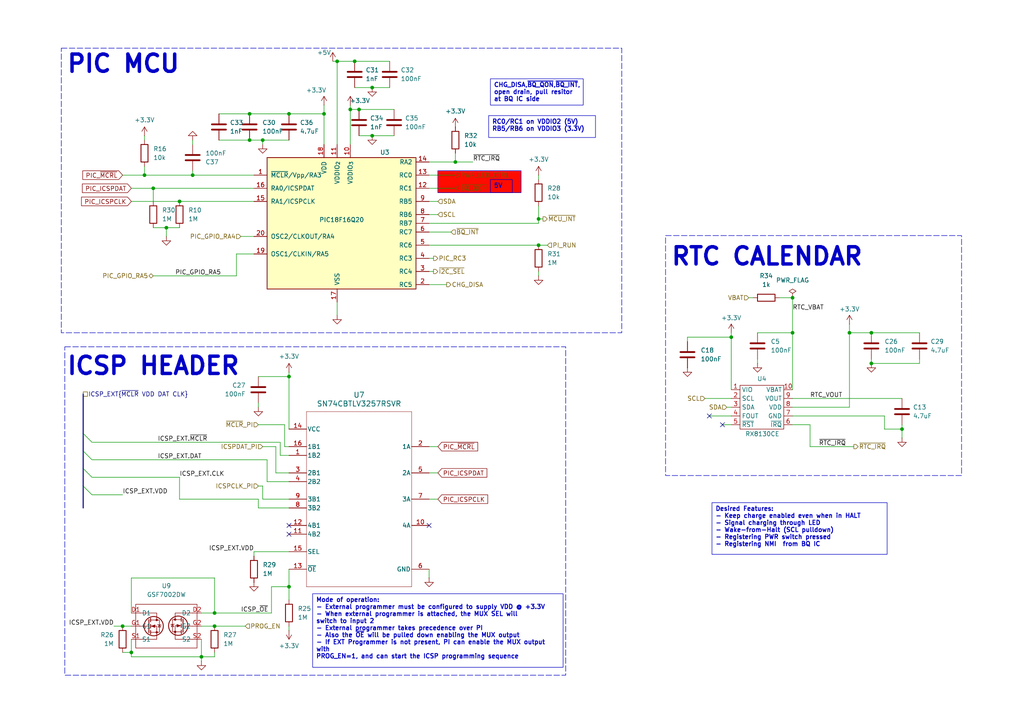
<source format=kicad_sch>
(kicad_sch (version 20231120) (generator "eeschema") (generator_version "8.0")
  (paper "A4")
  (title_block (title "Effective Range - MrHAT") (date "2024-08-14") (rev "1.11.1") (company "Effective Range Kft.") (comment 1 "visit https://creativecommons.org/licenses/by/4.0/") (comment 2 "is licensed under CC BY 4.0. To view a copy of this license,") (comment 3 "License: MrHAT © 2024 by Ferenc Nandor Janky & Attila Gombos"))
  (lib_symbols
    (symbol "Device:C" (pin_numbers hide) (pin_names (offset 0.254))
      (property "Reference" "C" (at 0.635 2.54 0))
      (property "Value" "C" (at 0.635 -2.54 0))
      (symbol "C_0_1"
        (polyline (pts (xy -2.032 -0.762) (xy 2.032 -0.762)) (stroke (width 0.508)))
        (polyline (pts (xy -2.032 0.762) (xy 2.032 0.762)) (stroke (width 0.508)))
      )
      (symbol "C_1_1"
        (pin passive line (at 0 3.81 270) (length 2.794) (name "~") (number "1"))
        (pin passive line (at 0 -3.81 90) (length 2.794) (name "~") (number "2"))
      )
    )
    (symbol "Device:R" (pin_numbers hide) (pin_names (offset 0))
      (property "Reference" "R" (at 2.032 0 90))
      (property "Value" "R" (at 0 0 90))
      (symbol "R_0_1"
        (rectangle (start -1.016 -2.54) (end 1.016 2.54) (stroke (width 0.254)))
      )
      (symbol "R_1_1"
        (pin passive line (at 0 3.81 270) (length 1.27) (name "~") (number "1"))
        (pin passive line (at 0 -3.81 90) (length 1.27) (name "~") (number "2"))
      )
    )
    (symbol "effectiveRangeHat_kicad_sym:GSF7002DW"
      (property "Reference" "U" (at 0 7.62 0))
      (property "Value" "GSF7002DW" (at -0.254 5.334 0))
      (symbol "GSF7002DW_0_1"
        (rectangle (start -8.89 6.35) (end 8.89 -6.35))
        (circle (center -3.683 0) (radius 2.794) (stroke (width 0.254)))
        (circle (center -2.794 -1.778) (radius 0.254) (fill (type outline)))
        (circle (center -2.794 1.778) (radius 0.254) (fill (type outline)))
        (polyline (pts (xy -7.62 -3.81) (xy -2.794 -3.81)))
        (polyline (pts (xy -5.08 0) (xy -7.874 0)))
        (polyline (pts (xy -5.08 1.905) (xy -5.08 -1.905)) (stroke (width 0.254)))
        (polyline (pts (xy -4.572 -1.27) (xy -4.572 -2.286)) (stroke (width 0.254)))
        (polyline (pts (xy -4.572 0.508) (xy -4.572 -0.508)) (stroke (width 0.254)))
        (polyline (pts (xy -4.572 2.286) (xy -4.572 1.27)) (stroke (width 0.254)))
        (polyline (pts (xy -2.794 -3.81) (xy -2.794 -2.54)))
        (polyline (pts (xy -2.794 2.54) (xy -2.794 1.778)))
        (polyline (pts (xy 2.54 2.667) (xy 2.54 1.905)))
        (polyline (pts (xy 4.318 -1.143) (xy 4.318 -2.159)) (stroke (width 0.254)))
        (polyline (pts (xy 4.318 0.635) (xy 4.318 -0.381)) (stroke (width 0.254)))
        (polyline (pts (xy 4.318 2.413) (xy 4.318 1.397)) (stroke (width 0.254)))
        (polyline (pts (xy 4.826 0) (xy 7.62 0)))
        (polyline (pts (xy 4.826 2.032) (xy 4.826 -1.778)) (stroke (width 0.254)))
        (polyline (pts (xy -2.794 -2.54) (xy -2.794 0) (xy -4.572 0)))
        (polyline (pts (xy -2.794 2.54) (xy -2.794 3.81) (xy -7.62 3.81)))
        (polyline (pts (xy 2.54 -2.54) (xy 2.54 -3.81) (xy 7.62 -3.81)))
        (polyline (pts (xy 2.54 -2.413) (xy 2.54 0.127) (xy 4.318 0.127)))
        (polyline (pts (xy 2.54 2.794) (xy 2.54 3.81) (xy 7.62 3.81)))
        (polyline (pts (xy -4.572 -1.778) (xy -2.032 -1.778) (xy -2.032 1.778) (xy -4.572 1.778)))
        (polyline (pts (xy -4.318 0) (xy -3.302 0.381) (xy -3.302 -0.381) (xy -4.318 0)) (fill (type outline)))
        (polyline (pts (xy -2.54 0.508) (xy -2.413 0.381) (xy -1.651 0.381) (xy -1.524 0.254)))
        (polyline (pts (xy -2.032 0.381) (xy -2.413 -0.254) (xy -1.651 -0.254) (xy -2.032 0.381)))
        (polyline (pts (xy 1.778 0.508) (xy 2.159 -0.127) (xy 1.397 -0.127) (xy 1.778 0.508)))
        (polyline (pts (xy 2.286 0.635) (xy 2.159 0.508) (xy 1.397 0.508) (xy 1.27 0.381)))
        (polyline (pts (xy 4.064 0.127) (xy 3.048 0.508) (xy 3.048 -0.254) (xy 4.064 0.127)) (fill (type outline)))
        (polyline (pts (xy 4.318 -1.651) (xy 1.778 -1.651) (xy 1.778 1.905) (xy 4.318 1.905)))
        (circle (center 2.54 -1.651) (radius 0.254) (fill (type outline)))
        (circle (center 2.54 1.905) (radius 0.254) (fill (type outline)))
        (circle (center 3.429 0.127) (radius 2.794) (stroke (width 0.254)))
      )
      (symbol "GSF7002DW_1_1"
        (pin passive line (at -10.16 3.81 0) (length 2.54) (name "D1") (number "D1"))
        (pin passive line (at 10.16 3.81 180) (length 2.54) (name "D2") (number "D2"))
        (pin passive line (at -10.16 0 0) (length 2.54) (name "G1") (number "G1"))
        (pin passive line (at 10.16 0 180) (length 2.54) (name "G2") (number "G2"))
        (pin passive line (at -10.16 -3.81 0) (length 2.54) (name "S1") (number "S1"))
        (pin passive line (at 10.16 -3.81 180) (length 2.54) (name "S2") (number "S2"))
      )
    )
    (symbol "effectiveRangeHat_kicad_sym:PIC18F16Q20" (pin_names (offset 1.016))
      (property "Reference" "U" (at 10.414 22.86 0))
      (property "Value" "PIC18F16Q20" (at 10.414 20.32 0))
      (symbol "PIC18F16Q20_0_1"
        (rectangle (start -20.32 19.05) (end 22.86 -19.05) (stroke (width 0.254)) (fill (type background)))
      )
      (symbol "PIC18F16Q20_1_1"
        (pin input line (at -24.13 13.97 0) (length 3.81) (name "~{MCLR}/Vpp/RA3") (number "1"))
        (pin power_in line (at 3.81 22.86 270) (length 3.81) (name "VDDIO_{3}") (number "10"))
        (pin power_in line (at 0 22.86 270) (length 3.81) (name "VDDIO_{2}") (number "11"))
        (pin bidirectional line (at 26.67 10.16 180) (length 3.81) (name "RC1") (number "12"))
        (pin bidirectional line (at 26.67 13.97 180) (length 3.81) (name "RC0") (number "13"))
        (pin bidirectional line (at 26.67 17.78 180) (length 3.81) (name "RA2") (number "14"))
        (pin bidirectional line (at -24.13 6.35 0) (length 3.81) (name "RA1/ICSPCLK") (number "15"))
        (pin bidirectional line (at -24.13 10.16 0) (length 3.81) (name "RA0/ICSPDAT") (number "16"))
        (pin passive line (at 0 -22.86 90) (length 3.81) (name "VSS") (number "17"))
        (pin power_in line (at -3.81 22.86 270) (length 3.81) (name "VDD") (number "18"))
        (pin input line (at -24.13 -8.89 0) (length 3.81) (name "OSC1/CLKIN/RA5") (number "19"))
        (pin bidirectional line (at 26.67 -17.78 180) (length 3.81) (name "RC5") (number "2"))
        (pin output line (at -24.13 -3.81 0) (length 3.81) (name "OSC2/CLKOUT/RA4") (number "20"))
        (pin passive line (at 0 -22.86 90) (length 3.81) hide (name "VSS") (number "21"))
        (pin bidirectional line (at 26.67 -13.97 180) (length 3.81) (name "RC4") (number "3"))
        (pin bidirectional line (at 26.67 -10.16 180) (length 3.81) (name "RC3") (number "4"))
        (pin bidirectional line (at 26.67 -6.35 180) (length 3.81) (name "RC6") (number "5"))
        (pin bidirectional line (at 26.67 -2.54 180) (length 3.81) (name "RC7") (number "6"))
        (pin bidirectional line (at 26.67 0 180) (length 3.81) (name "RB7") (number "7"))
        (pin bidirectional line (at 26.67 2.54 180) (length 3.81) (name "RB6") (number "8"))
        (pin bidirectional line (at 26.67 6.35 180) (length 3.81) (name "RB5") (number "9"))
      )
    )
    (symbol "effectiveRangeHat_kicad_sym:RX8130CE"
      (property "Reference" "U" (at 0 8.89 0))
      (symbol "RX8130CE_0_1"
        (rectangle (start -6.35 6.35) (end 6.35 -6.35))
      )
      (symbol "RX8130CE_1_1"
        (pin power_in line (at -8.89 5.08 0) (length 2.54) (name "VIO") (number "1"))
        (pin power_in line (at 8.89 5.08 180) (length 2.54) (name "VBAT") (number "10"))
        (pin input line (at -8.89 2.54 0) (length 2.54) (name "SCL") (number "2"))
        (pin input line (at -8.89 0 0) (length 2.54) (name "SDA") (number "3"))
        (pin input line (at -8.89 -2.54 0) (length 2.54) (name "FOUT") (number "4"))
        (pin input line (at -8.89 -5.08 0) (length 2.54) (name "~{RST}") (number "5"))
        (pin input line (at 8.89 -5.08 180) (length 2.54) (name "~{IRQ}") (number "6"))
        (pin passive line (at 8.89 -2.54 180) (length 2.54) (name "GND") (number "7"))
        (pin power_in line (at 8.89 0 180) (length 2.54) (name "VDD") (number "8"))
        (pin power_out line (at 8.89 2.54 180) (length 2.54) (name "VOUT") (number "9"))
      )
    )
    (symbol "effectiveRangeHat_kicad_sym:SN74CBTLV3257RSVR" (pin_names (offset 0.254))
      (property "Reference" "U" (at -0.254 26.67 0))
      (property "Value" "SN74CBTLV3257RSVR" (at 0.508 23.114 0))
      (symbol "SN74CBTLV3257RSVR_0_1"
        (polyline (pts (xy -15.24 -25.4) (xy 15.24 -25.4)) (stroke (width 0.1016)))
        (polyline (pts (xy -15.24 25.4) (xy -15.24 -25.4)) (stroke (width 0.1016)))
        (polyline (pts (xy 15.24 -25.4) (xy 15.24 25.4)) (stroke (width 0.1016)))
        (polyline (pts (xy 15.24 25.4) (xy -15.24 25.4)) (stroke (width 0.1016)))
        (pin input line (at -20.32 12.7 0) (length 5.08) (name "1B2") (number "1"))
        (pin output line (at 20.32 -7.62 180) (length 5.08) (name "4A") (number "10"))
        (pin input line (at -20.32 -10.16 0) (length 5.08) (name "4B2") (number "11"))
        (pin input line (at -20.32 -7.62 0) (length 5.08) (name "4B1") (number "12"))
        (pin power_in line (at -20.32 20.32 0) (length 5.08) (name "VCC") (number "14"))
        (pin input line (at -20.32 -15.24 0) (length 5.08) (name "SEL") (number "15"))
        (pin input line (at -20.32 15.24 0) (length 5.08) (name "1B1") (number "16"))
        (pin output line (at 20.32 15.24 180) (length 5.08) (name "1A") (number "2"))
        (pin input line (at -20.32 7.62 0) (length 5.08) (name "2B1") (number "3"))
        (pin input line (at -20.32 5.08 0) (length 5.08) (name "2B2") (number "4"))
        (pin output line (at 20.32 7.62 180) (length 5.08) (name "2A") (number "5"))
        (pin output line (at 20.32 0 180) (length 5.08) (name "3A") (number "7"))
        (pin input line (at -20.32 -2.54 0) (length 5.08) (name "3B2") (number "8"))
        (pin input line (at -20.32 0 0) (length 5.08) (name "3B1") (number "9"))
      )
      (symbol "SN74CBTLV3257RSVR_1_1"
        (pin input line (at -20.32 -20.32 0) (length 5.08) (name "~{OE}") (number "13"))
        (pin passive line (at 20.32 -20.32 180) (length 5.08) (name "GND") (number "6"))
      )
    )
    (symbol "power:+3.3V" (power) (pin_numbers hide) (pin_names (offset 0) hide)
      (property "Value" "+3.3V" (at 0 3.556 0))
      (symbol "+3.3V_0_1"
        (polyline (pts (xy -0.762 1.27) (xy 0 2.54)))
        (polyline (pts (xy 0 0) (xy 0 2.54)))
        (polyline (pts (xy 0 2.54) (xy 0.762 1.27)))
      )
      (symbol "+3.3V_1_1"
        (pin power_in line (at 0 0 90) (length 0) (name "~") (number "1"))
      )
    )
    (symbol "power:+5V" (power) (pin_numbers hide) (pin_names (offset 0) hide)
      (property "Value" "+5V" (at 0 3.556 0))
      (symbol "+5V_0_1"
        (polyline (pts (xy -0.762 1.27) (xy 0 2.54)))
        (polyline (pts (xy 0 0) (xy 0 2.54)))
        (polyline (pts (xy 0 2.54) (xy 0.762 1.27)))
      )
      (symbol "+5V_1_1"
        (pin power_in line (at 0 0 90) (length 0) (name "~") (number "1"))
      )
    )
    (symbol "power:GND" (power) (pin_numbers hide) (pin_names (offset 0) hide)
      (property "Value" "GND" (at 0 -3.81 0))
      (symbol "GND_0_1"
        (polyline (pts (xy 0 0) (xy 0 -1.27) (xy 1.27 -1.27) (xy 0 -2.54) (xy -1.27 -1.27) (xy 0 -1.27)))
      )
      (symbol "GND_1_1"
        (pin power_in line (at 0 0 270) (length 0) (name "~") (number "1"))
      )
    )
    (symbol "power:PWR_FLAG" (power) (pin_numbers hide) (pin_names (offset 0) hide)
      (property "Value" "PWR_FLAG" (at 0 3.81 0))
      (symbol "PWR_FLAG_0_0"
        (pin power_out line (at 0 0 90) (length 0) (name "~") (number "1"))
      )
      (symbol "PWR_FLAG_0_1"
        (polyline (pts (xy 0 0) (xy 0 1.27) (xy -1.016 1.905) (xy 0 2.54) (xy 1.016 1.905) (xy 0 1.27)))
      )
    )
  )
  (junction (at 83.82 33.02))
  (junction (at 252.73 96.52))
  (junction (at 156.21 63.5))
  (junction (at 212.09 97.79))
  (junction (at 107.95 39.37))
  (junction (at 261.62 124.46))
  (junction (at 229.87 96.52))
  (junction (at 97.79 17.78))
  (junction (at 229.87 86.36))
  (junction (at 62.23 177.8))
  (junction (at 132.08 46.99))
  (junction (at 58.42 190.5))
  (junction (at 104.14 31.75))
  (junction (at 76.2 40.64))
  (junction (at 83.82 109.22))
  (junction (at 38.1 189.23))
  (junction (at 62.23 181.61))
  (junction (at 48.26 66.04))
  (junction (at 35.56 181.61))
  (junction (at 252.73 105.41))
  (junction (at 72.39 40.64))
  (junction (at 93.98 33.02))
  (junction (at 107.95 25.4))
  (junction (at 83.82 170.18))
  (junction (at 44.45 54.61))
  (junction (at 101.6 31.75))
  (junction (at 41.91 50.8))
  (junction (at 102.87 17.78))
  (junction (at 55.88 50.8))
  (junction (at 52.07 58.42))
  (junction (at 72.39 33.02))
  (junction (at 246.38 96.52))
  (junction (at 156.21 71.12))
  (no_connect (at 83.82 152.4))
  (no_connect (at 205.74 120.65))
  (no_connect (at 124.46 152.4))
  (no_connect (at 209.55 123.19))
  (no_connect (at 83.82 154.94))
  (bus_entry (at 24.13 125.73) (size 2.54 2.54))
  (bus_entry (at 24.13 135.89) (size 2.54 2.54))
  (bus_entry (at 24.13 140.97) (size 2.54 2.54))
  (bus_entry (at 24.13 130.81) (size 2.54 2.54))
  (wire (pts (xy 212.09 96.52) (xy 212.09 97.79)))
  (bus (pts (xy 24.13 135.89) (xy 24.13 140.97)))
  (wire (pts (xy 229.87 96.52) (xy 219.71 96.52)))
  (wire (pts (xy 97.79 91.44) (xy 97.79 87.63)))
  (wire (pts (xy 124.46 78.74) (xy 125.73 78.74)))
  (wire (pts (xy 44.45 66.04) (xy 48.26 66.04)))
  (wire (pts (xy 38.1 190.5) (xy 58.42 190.5)))
  (wire (pts (xy 234.95 123.19) (xy 229.87 123.19)))
  (wire (pts (xy 107.95 25.4) (xy 113.03 25.4)))
  (wire (pts (xy 246.38 96.52) (xy 246.38 118.11)))
  (wire (pts (xy 63.5 40.64) (xy 72.39 40.64)))
  (wire (pts (xy 73.66 160.02) (xy 73.66 161.29)))
  (wire (pts (xy 74.93 147.32) (xy 83.82 147.32)))
  (wire (pts (xy 55.88 49.53) (xy 55.88 50.8)))
  (wire (pts (xy 41.91 48.26) (xy 41.91 50.8)))
  (wire (pts (xy 234.95 129.54) (xy 247.65 129.54)))
  (wire (pts (xy 83.82 182.88) (xy 83.82 181.61)))
  (wire (pts (xy 158.75 71.12) (xy 156.21 71.12)))
  (wire (pts (xy 44.45 54.61) (xy 73.66 54.61)))
  (wire (pts (xy 26.67 133.35) (xy 77.47 133.35)))
  (wire (pts (xy 252.73 96.52) (xy 266.7 96.52)))
  (wire (pts (xy 26.67 138.43) (xy 52.07 138.43)))
  (wire (pts (xy 44.45 80.01) (xy 68.58 80.01)))
  (wire (pts (xy 62.23 189.23) (xy 62.23 190.5)))
  (wire (pts (xy 72.39 40.64) (xy 76.2 40.64)))
  (wire (pts (xy 80.01 137.16) (xy 83.82 137.16)))
  (wire (pts (xy 96.52 17.78) (xy 97.79 17.78)))
  (wire (pts (xy 83.82 170.18) (xy 83.82 173.99)))
  (wire (pts (xy 156.21 63.5) (xy 157.48 63.5)))
  (wire (pts (xy 58.42 190.5) (xy 58.42 185.42)))
  (wire (pts (xy 35.56 181.61) (xy 38.1 181.61)))
  (wire (pts (xy 74.93 109.22) (xy 83.82 109.22)))
  (wire (pts (xy 124.46 137.16) (xy 127 137.16)))
  (wire (pts (xy 78.74 177.8) (xy 78.74 170.18)))
  (wire (pts (xy 82.55 129.54) (xy 83.82 129.54)))
  (wire (pts (xy 226.06 86.36) (xy 229.87 86.36)))
  (wire (pts (xy 124.46 71.12) (xy 156.21 71.12)))
  (wire (pts (xy 252.73 105.41) (xy 252.73 104.14)))
  (wire (pts (xy 101.6 31.75) (xy 104.14 31.75)))
  (wire (pts (xy 129.54 82.55) (xy 124.46 82.55)))
  (wire (pts (xy 26.67 128.27) (xy 81.28 128.27)))
  (wire (pts (xy 124.46 144.78) (xy 127 144.78)))
  (wire (pts (xy 93.98 33.02) (xy 93.98 41.91)))
  (wire (pts (xy 229.87 86.36) (xy 229.87 96.52)))
  (wire (pts (xy 62.23 190.5) (xy 58.42 190.5)))
  (wire (pts (xy 76.2 129.54) (xy 80.01 129.54)))
  (wire (pts (xy 62.23 177.8) (xy 78.74 177.8)))
  (wire (pts (xy 83.82 107.95) (xy 83.82 109.22)))
  (wire (pts (xy 97.79 17.78) (xy 97.79 41.91)))
  (wire (pts (xy 104.14 31.75) (xy 114.3 31.75)))
  (wire (pts (xy 83.82 160.02) (xy 73.66 160.02)))
  (wire (pts (xy 204.47 115.57) (xy 212.09 115.57)))
  (wire (pts (xy 266.7 105.41) (xy 252.73 105.41)))
  (wire (pts (xy 38.1 58.42) (xy 52.07 58.42)))
  (wire (pts (xy 124.46 46.99) (xy 132.08 46.99)))
  (wire (pts (xy 62.23 167.64) (xy 62.23 177.8)))
  (wire (pts (xy 104.14 39.37) (xy 107.95 39.37)))
  (wire (pts (xy 38.1 167.64) (xy 62.23 167.64)))
  (wire (pts (xy 55.88 40.64) (xy 55.88 41.91)))
  (wire (pts (xy 58.42 191.77) (xy 58.42 190.5)))
  (wire (pts (xy 76.2 140.97) (xy 76.2 144.78)))
  (wire (pts (xy 77.47 133.35) (xy 77.47 139.7)))
  (wire (pts (xy 52.07 138.43) (xy 52.07 144.78)))
  (wire (pts (xy 156.21 64.77) (xy 156.21 63.5)))
  (wire (pts (xy 74.93 123.19) (xy 82.55 123.19)))
  (wire (pts (xy 52.07 144.78) (xy 74.93 144.78)))
  (wire (pts (xy 76.2 41.91) (xy 76.2 40.64)))
  (wire (pts (xy 76.2 144.78) (xy 83.82 144.78)))
  (wire (pts (xy 219.71 105.41) (xy 219.71 104.14)))
  (wire (pts (xy 124.46 167.64) (xy 124.46 165.1)))
  (wire (pts (xy 38.1 177.8) (xy 38.1 167.64)))
  (wire (pts (xy 97.79 17.78) (xy 102.87 17.78)))
  (wire (pts (xy 124.46 50.8) (xy 132.08 50.8)))
  (bus (pts (xy 24.13 114.3) (xy 24.13 125.73)))
  (wire (pts (xy 102.87 17.78) (xy 113.03 17.78)))
  (wire (pts (xy 246.38 93.98) (xy 246.38 96.52)))
  (wire (pts (xy 93.98 30.48) (xy 93.98 33.02)))
  (wire (pts (xy 83.82 109.22) (xy 83.82 124.46)))
  (wire (pts (xy 52.07 66.04) (xy 48.26 66.04)))
  (wire (pts (xy 33.02 181.61) (xy 35.56 181.61)))
  (bus (pts (xy 24.13 140.97) (xy 24.13 147.32)))
  (wire (pts (xy 38.1 54.61) (xy 44.45 54.61)))
  (wire (pts (xy 199.39 97.79) (xy 212.09 97.79)))
  (wire (pts (xy 132.08 44.45) (xy 132.08 46.99)))
  (wire (pts (xy 234.95 129.54) (xy 234.95 123.19)))
  (wire (pts (xy 124.46 74.93) (xy 125.73 74.93)))
  (wire (pts (xy 199.39 97.79) (xy 199.39 99.06)))
  (wire (pts (xy 69.85 68.58) (xy 73.66 68.58)))
  (wire (pts (xy 156.21 52.07) (xy 156.21 50.8)))
  (wire (pts (xy 77.47 139.7) (xy 83.82 139.7)))
  (wire (pts (xy 229.87 120.65) (xy 256.54 120.65)))
  (wire (pts (xy 58.42 181.61) (xy 62.23 181.61)))
  (wire (pts (xy 81.28 132.08) (xy 81.28 128.27)))
  (wire (pts (xy 62.23 181.61) (xy 71.12 181.61)))
  (wire (pts (xy 156.21 78.74) (xy 156.21 80.01)))
  (bus (pts (xy 24.13 130.81) (xy 24.13 135.89)))
  (wire (pts (xy 246.38 96.52) (xy 252.73 96.52)))
  (wire (pts (xy 101.6 30.48) (xy 101.6 31.75)))
  (wire (pts (xy 229.87 118.11) (xy 246.38 118.11)))
  (wire (pts (xy 38.1 189.23) (xy 38.1 190.5)))
  (wire (pts (xy 124.46 58.42) (xy 127 58.42)))
  (wire (pts (xy 38.1 185.42) (xy 38.1 189.23)))
  (bus (pts (xy 24.13 125.73) (xy 24.13 130.81)))
  (wire (pts (xy 137.16 46.99) (xy 132.08 46.99)))
  (wire (pts (xy 74.93 144.78) (xy 74.93 147.32)))
  (wire (pts (xy 130.81 67.31) (xy 124.46 67.31)))
  (wire (pts (xy 229.87 113.03) (xy 229.87 96.52)))
  (wire (pts (xy 101.6 31.75) (xy 101.6 41.91)))
  (wire (pts (xy 78.74 170.18) (xy 83.82 170.18)))
  (wire (pts (xy 209.55 123.19) (xy 212.09 123.19)))
  (wire (pts (xy 41.91 39.37) (xy 41.91 40.64)))
  (wire (pts (xy 81.28 132.08) (xy 83.82 132.08)))
  (wire (pts (xy 72.39 33.02) (xy 83.82 33.02)))
  (wire (pts (xy 212.09 97.79) (xy 212.09 113.03)))
  (wire (pts (xy 256.54 124.46) (xy 261.62 124.46)))
  (wire (pts (xy 35.56 189.23) (xy 38.1 189.23)))
  (wire (pts (xy 124.46 129.54) (xy 127 129.54)))
  (wire (pts (xy 256.54 120.65) (xy 256.54 124.46)))
  (wire (pts (xy 83.82 165.1) (xy 83.82 170.18)))
  (wire (pts (xy 205.74 120.65) (xy 212.09 120.65)))
  (wire (pts (xy 44.45 54.61) (xy 44.45 58.42)))
  (wire (pts (xy 68.58 80.01) (xy 68.58 73.66)))
  (wire (pts (xy 74.93 118.11) (xy 74.93 116.84)))
  (wire (pts (xy 74.93 140.97) (xy 76.2 140.97)))
  (wire (pts (xy 124.46 62.23) (xy 127 62.23)))
  (wire (pts (xy 48.26 68.58) (xy 48.26 66.04)))
  (wire (pts (xy 26.67 143.51) (xy 35.56 143.51)))
  (wire (pts (xy 102.87 25.4) (xy 107.95 25.4)))
  (wire (pts (xy 68.58 73.66) (xy 73.66 73.66)))
  (wire (pts (xy 80.01 129.54) (xy 80.01 137.16)))
  (wire (pts (xy 35.56 50.8) (xy 41.91 50.8)))
  (wire (pts (xy 93.98 33.02) (xy 83.82 33.02)))
  (wire (pts (xy 261.62 124.46) (xy 261.62 123.19)))
  (wire (pts (xy 52.07 58.42) (xy 73.66 58.42)))
  (wire (pts (xy 156.21 59.69) (xy 156.21 63.5)))
  (wire (pts (xy 124.46 64.77) (xy 156.21 64.77)))
  (wire (pts (xy 266.7 104.14) (xy 266.7 105.41)))
  (wire (pts (xy 261.62 127) (xy 261.62 124.46)))
  (wire (pts (xy 124.46 54.61) (xy 132.08 54.61)))
  (wire (pts (xy 58.42 177.8) (xy 62.23 177.8)))
  (wire (pts (xy 210.82 118.11) (xy 212.09 118.11)))
  (wire (pts (xy 55.88 50.8) (xy 73.66 50.8)))
  (wire (pts (xy 76.2 40.64) (xy 83.82 40.64)))
  (wire (pts (xy 217.17 86.36) (xy 218.44 86.36)))
  (wire (pts (xy 41.91 50.8) (xy 55.88 50.8)))
  (wire (pts (xy 63.5 33.02) (xy 72.39 33.02)))
  (wire (pts (xy 82.55 123.19) (xy 82.55 129.54)))
  (wire (pts (xy 229.87 115.57) (xy 261.62 115.57)))
  (wire (pts (xy 107.95 39.37) (xy 114.3 39.37)))
  (rectangle (start 127 49.53) (end 151.13 55.88) (fill (type color) (color 255 11 0 1)))
  (rectangle (start 193.04 68.326) (end 278.892 137.922) (stroke (width 0) (type dash)))
  (rectangle (start 18.796 100.584) (end 164.084 195.834) (stroke (width 0) (type dash)))
  (rectangle (start 17.78 13.97) (end 180.34 96.52) (stroke (width 0) (type dash)))
  (text_box "RC0/RC1 on VDDIO2 (5V)\nRB5/RB6 on VDDIO3 (3.3V)" (at 141.732 33.528 0) (size 30.988 6.35) (effects (font (size 1.27 1.27) (bold yes)) (justify left top)))
  (text_box "5V" (at 142.24 52.07 0) (size 6.35 3.81) (fill (type color) (color 229 255 255 1)) (effects (font (size 1.27 1.27) (bold yes)) (justify left top)))
  (text_box "Desired Features:\n- Keep charge enabled even when in HALT\n- Signal charging through LED\n- Wake-from-Halt (SCL pulldown)\n- Registering PWR switch pressed\n- Registering NMI  from BQ IC\n" (at 206.502 145.796 0) (size 50.8 14.986) (effects (font (size 1.27 1.27) (bold yes)) (justify left top)))
  (text_box "CHG_DISA,~{BQ_QON},~{BQ_INT}, open drain, pull resitor at BQ IC side" (at 142.24 22.86 0) (size 26.924 7.62) (effects (font (size 1.27 1.27) (bold yes)) (justify left top)))
  (text_box "Mode of operation:\n- External programmer must be configured to supply VDD @ +3.3V\n- When external programmer is attached, the MUX SEL will\nswitch to input 2\n- External programmer takes precedence over PI\n- Also the ~{OE} will be pulled down enabling the MUX output\n- If EXT Programmer is not present, PI can enable the MUX output with \nPROG_EN=1, and can start the ICSP programming sequence" (at 90.678 172.212 0) (size 72.644 21.336) (effects (font (size 1.27 1.27) (bold yes)) (justify left top)))
  (text "RTC CALENDAR" (at 194.31 77.47 0) (effects (font (size 5 5) (bold yes)) (justify left bottom)))
  (text "ICSP HEADER" (at 19.05 109.22 0) (effects (font (size 5 5) (bold yes)) (justify left bottom)))
  (text "PIC MCU" (at 19.05 21.59 0) (effects (font (size 5 5) (bold yes)) (justify left bottom)))
  (label "~{RTC_IRQ}" (at 237.49 129.54 0))
  (label "ICSP_EXT.DAT" (at 45.72 133.35 0))
  (label "ICSP_EXT.~{MCLR}" (at 45.72 128.27 0))
  (label "ICSP_~{OE}" (at 69.85 177.8 0))
  (label "~{RTC_IRQ}" (at 137.16 46.99 0))
  (label "ICSP_EXT.CLK" (at 52.07 138.43 0))
  (label "PIC_GPIO_RA5" (at 50.8 80.01 0))
  (label "RTC_VOUT" (at 234.95 115.57 0))
  (label "RTC_VBAT" (at 229.87 90.17 0))
  (label "ICSP_EXT.VDD" (at 73.66 160.02 180))
  (label "ICSP_EXT.VDD" (at 35.56 143.51 0))
  (label "ICSP_EXT.VDD" (at 33.02 181.61 180))
  (global_label "PIC_ICSPCLK" (shape input) (at 38.1 58.42 180) (property "Intersheetrefs" "${INTERSHEET_REFS}" (effects (hide yes))))
  (global_label "PIC_~{MCRL}" (shape input) (at 35.56 50.8 180) (property "Intersheetrefs" "${INTERSHEET_REFS}" (effects (hide yes))))
  (global_label "PIC_ICSPDAT" (shape input) (at 38.1 54.61 180) (property "Intersheetrefs" "${INTERSHEET_REFS}" (effects (hide yes))))
  (global_label "PIC_ICSPCLK" (shape input) (at 127 144.78 0) (property "Intersheetrefs" "${INTERSHEET_REFS}" (effects (hide yes))))
  (global_label "PIC_~{MCRL}" (shape input) (at 127 129.54 0) (property "Intersheetrefs" "${INTERSHEET_REFS}" (effects (hide yes))))
  (global_label "PIC_ICSPDAT" (shape input) (at 127 137.16 0) (property "Intersheetrefs" "${INTERSHEET_REFS}" (effects (hide yes))))
  (hierarchical_label "PWR_LED_CTRL" (shape output) (at 132.08 50.8 0))
  (hierarchical_label "SDA" (shape input) (at 127 58.42 0))
  (hierarchical_label "~{RTC_IRQ}" (shape output) (at 247.65 129.54 0))
  (hierarchical_label "ICSPDAT_PI" (shape input) (at 76.2 129.54 180))
  (hierarchical_label "PI_RUN" (shape input) (at 158.75 71.12 0))
  (hierarchical_label "SCL" (shape input) (at 127 62.23 0))
  (hierarchical_label "ICSPCLK_PI" (shape input) (at 74.93 140.97 180))
  (hierarchical_label "~{I2C_SEL}" (shape output) (at 125.73 78.74 0))
  (hierarchical_label "~{MCLR}_PI" (shape input) (at 74.93 123.19 180))
  (hierarchical_label "PIC_GPIO_RA5" (shape bidirectional) (at 44.45 80.01 180))
  (hierarchical_label "PROG_EN" (shape input) (at 71.12 181.61 0))
  (hierarchical_label "~{BQ_QON}" (shape input) (at 132.08 54.61 0))
  (hierarchical_label "SDA" (shape input) (at 210.82 118.11 180))
  (hierarchical_label "PIC_RC3" (shape output) (at 125.73 74.93 0))
  (hierarchical_label "SCL" (shape input) (at 204.47 115.57 180))
  (hierarchical_label "~{MCU_INT}" (shape output) (at 157.48 63.5 0))
  (hierarchical_label "ICSP_EXT{~{MCLR} VDD DAT CLK}" (shape passive) (at 24.13 114.3 0))
  (hierarchical_label "~{BQ_INT}" (shape input) (at 130.81 67.31 0))
  (hierarchical_label "VBAT" (shape input) (at 217.17 86.36 180))
  (hierarchical_label "PIC_GPIO_RA4" (shape input) (at 69.85 68.58 180))
  (hierarchical_label "CHG_DISA" (shape output) (at 129.54 82.55 0))
  (symbol (lib_id "power:+3.3V") (at 41.91 39.37 0) (unit 1)
    (property "Reference" "#PWR075" (effects (hide yes)))
    (property "Value" "+3.3V" (at 41.91 34.798 0))
    (property "Description" "Power symbol creates a global label with name \"+3.3V\"" (effects (hide yes)))
  )
  (symbol (lib_id "effectiveRangeHat_kicad_sym:SN74CBTLV3257RSVR") (at 104.14 144.78 0) (unit 1)
    (property "Reference" "U7" (at 104.14 114.554 0) (effects (font (size 1.524 1.524))))
    (property "Value" "SN74CBTLV3257RSVR" (at 104.14 117.094 0) (effects (font (size 1.524 1.524))))
    (property "Footprint" "effectiveRangeHat:RSV0016A" (effects (hide yes)))
    (property "Datasheet" "SN74CBTLV3257RSVR" (effects (hide yes)))
    (property "MPN" "SN74CBTLV3257RSVR" (effects (hide yes)))
    (property "Manufacturer" "Texas Instruments" (effects (hide yes)))
    (property "SupplierLink" "https://www.digikey.hu/en/products/detail/texas-instruments/SN74CBTLV3257RSVR/3830019?s=N4IgTCBcDaIMoDkDsAWAwgIQCoBkBqAzGAKxIBKceZIAugL5A" (effects (hide yes)))
  )
  (symbol (lib_id "effectiveRangeHat_kicad_sym:GSF7002DW") (at 48.26 181.61 0) (unit 1)
    (property "Reference" "U9" (at 48.26 169.926 0))
    (property "Value" "GSF7002DW" (at 48.26 172.466 0))
    (property "Footprint" "effectiveRangeHat:GSF7002DW" (effects (hide yes)))
    (property "Datasheet" "https://goodarksemi.com/docs/datasheets/mosfets/GSF7002DW.pdf" (effects (hide yes)))
    (property "Description" "Mosfet Array 60V 340mA (Ta) 150mW (Ta) Surface Mount SOT-363" (effects (hide yes)))
    (property "MPN" "GSF7002DW" (effects (hide yes)))
    (property "Manufacturer" "Good-Ark Semiconductor" (effects (hide yes)))
    (property "SupplierLink" "https://www.digikey.hu/en/products/detail/good-ark-semiconductor/GSF7002DW/18667488?s=N4IgTCBcDaIOIGUBiB2ADGsARA6iAugL5A" (effects (hide yes)))
  )
  (symbol (lib_id "power:GND") (at 107.95 25.4 0) (unit 1)
    (property "Reference" "#PWR091" (effects (hide yes)))
    (property "Value" "GND" (effects (hide yes)))
    (property "Description" "Power symbol creates a global label with name \"GND\" , ground" (effects (hide yes)))
  )
  (symbol (lib_id "Device:C") (at 114.3 35.56 0) (unit 1)
    (property "Reference" "C35" (at 117.475 34.29 0) (effects (justify left)))
    (property "Value" "100nF" (at 117.475 36.83 0) (effects (justify left)))
    (property "Footprint" "Capacitor_SMD:C_0402_1005Metric" (effects (hide yes)))
    (property "Description" "Unpolarized capacitor" (effects (hide yes)))
    (property "MPN" "GRM155R71E104KE14J" (effects (hide yes)))
    (property "Manufacturer" "Murata Electronics" (effects (hide yes)))
    (property "SupplierLink" "https://www.digikey.hu/en/products/detail/murata-electronics/GRM188R72A104KA35D/702549" (effects (hide yes)))
  )
  (symbol (lib_id "Device:R") (at 73.66 165.1 0) (unit 1)
    (property "Reference" "R29" (at 76.2 163.83 0) (effects (justify left)))
    (property "Value" "1M" (at 76.2 166.37 0) (effects (justify left)))
    (property "Footprint" "Resistor_SMD:R_0402_1005Metric" (effects (hide yes)))
    (property "Description" "Resistor" (effects (hide yes)))
    (property "MPN" "ERJ-2RKF1004X" (effects (hide yes)))
    (property "Manufacturer" "Panasonic Electronic Components" (effects (hide yes)))
    (property "SupplierLink" "https://www.digikey.hu/en/products/detail/panasonic-electronic-components/ERJ-2RKF1004X/79728" (effects (hide yes)))
    (instances (project "effectiveRangeHat_simple" (path "" (reference "R29") (unit 1))) (project "power" (path "" (reference "R14") (unit 1))))
  )
  (symbol (lib_id "power:GND") (at 48.26 68.58 0) (unit 1)
    (property "Reference" "#PWR042" (effects (hide yes)))
    (property "Value" "GND" (effects (hide yes)))
    (property "Description" "Power symbol creates a global label with name \"GND\" , ground" (effects (hide yes)))
  )
  (symbol (lib_id "power:GND") (at 199.39 106.68 0) (unit 1)
    (property "Reference" "#PWR067" (effects (hide yes)))
    (property "Value" "GND" (effects (hide yes)))
    (property "Description" "Power symbol creates a global label with name \"GND\" , ground" (effects (hide yes)))
  )
  (symbol (lib_id "power:+3.3V") (at 93.98 30.48 0) (unit 1)
    (property "Reference" "#PWR078" (effects (hide yes)))
    (property "Value" "+3.3V" (at 91.694 26.162 0))
    (property "Description" "Power symbol creates a global label with name \"+3.3V\"" (effects (hide yes)))
  )
  (symbol (lib_id "power:GND") (at 252.73 105.41 0) (unit 1)
    (property "Reference" "#PWR068" (effects (hide yes)))
    (property "Value" "GND" (effects (hide yes)))
    (property "Description" "Power symbol creates a global label with name \"GND\" , ground" (effects (hide yes)))
  )
  (symbol (lib_id "power:GND") (at 58.42 191.77 0) (unit 1)
    (property "Reference" "#PWR084" (effects (hide yes)))
    (property "Value" "GND" (effects (hide yes)))
    (property "Description" "Power symbol creates a global label with name \"GND\" , ground" (effects (hide yes)))
  )
  (symbol (lib_id "Device:C") (at 199.39 102.87 0) (unit 1)
    (property "Reference" "C18" (at 203.2 101.6 0) (effects (justify left)))
    (property "Value" "100nF" (at 203.2 104.14 0) (effects (justify left)))
    (property "Footprint" "Capacitor_SMD:C_0402_1005Metric" (effects (hide yes)))
    (property "Description" "Unpolarized capacitor" (effects (hide yes)))
    (property "MPN" "GRM155R71E104KE14J" (effects (hide yes)))
    (property "Manufacturer" "Murata Electronics" (effects (hide yes)))
    (property "SupplierLink" "https://www.digikey.hu/en/products/detail/murata-electronics/GRM188R72A104KA35D/702549" (effects (hide yes)))
  )
  (symbol (lib_id "effectiveRangeHat_kicad_sym:PIC18F16Q20") (at 97.79 64.77 0) (unit 1)
    (property "Reference" "U3" (at 110.236 44.196 0) (effects (justify left)))
    (property "Value" "PIC18F16Q20" (at 92.583 63.754 0) (effects (justify left)))
    (property "Footprint" "effectiveRangeHat:VQFN-20-1EP_3x3mm_P0.4mm_EP1.7x1.7mm" (effects (hide yes)))
    (property "Datasheet" "http://ww1.microchip.com/downloads/en/DeviceDoc/41213D.pdf" (effects (hide yes)))
    (property "Description" "PIC16F54, 512W FLASH, 25B SRAM, SSOP20" (effects (hide yes)))
    (property "MPN" "PIC18F16Q20-I/REB" (effects (hide yes)))
    (property "Manufacturer" "Microchip Technology" (effects (hide yes)))
    (property "SupplierLink" "https://hu.mouser.com/ProductDetail/Microchip-Technology/PIC18F16Q20-I-REB?qs=HoCaDK9Nz5eaDMO98xm5EQ%3D%3D" (effects (hide yes)))
  )
  (symbol (lib_id "Device:C") (at 219.71 100.33 0) (unit 1)
    (property "Reference" "C5" (at 223.52 99.06 0) (effects (justify left)))
    (property "Value" "100nF" (at 223.52 101.6 0) (effects (justify left)))
    (property "Footprint" "Capacitor_SMD:C_0402_1005Metric" (effects (hide yes)))
    (property "Description" "Unpolarized capacitor" (effects (hide yes)))
    (property "MPN" "GRM155R71E104KE14J" (effects (hide yes)))
    (property "Manufacturer" "Murata Electronics" (effects (hide yes)))
    (property "SupplierLink" "https://www.digikey.hu/en/products/detail/murata-electronics/GRM188R72A104KA35D/702549" (effects (hide yes)))
  )
  (symbol (lib_id "power:GND") (at 76.2 41.91 0) (unit 1)
    (property "Reference" "#PWR081" (effects (hide yes)))
    (property "Value" "GND" (effects (hide yes)))
    (property "Description" "Power symbol creates a global label with name \"GND\" , ground" (effects (hide yes)))
  )
  (symbol (lib_id "power:PWR_FLAG") (at 229.87 86.36 0) (unit 1)
    (property "Reference" "#FLG06" (effects (hide yes)))
    (property "Value" "PWR_FLAG" (at 229.87 81.28 0))
    (property "Description" "Special symbol for telling ERC where power comes from" (effects (hide yes)))
  )
  (symbol (lib_id "power:+3.3V") (at 212.09 96.52 0) (unit 1)
    (property "Reference" "#PWR061" (effects (hide yes)))
    (property "Value" "+3.3V" (at 212.09 92.202 0))
    (property "Description" "Power symbol creates a global label with name \"+3.3V\"" (effects (hide yes)))
  )
  (symbol (lib_id "Device:R") (at 35.56 185.42 0) (mirror y) (unit 1)
    (property "Reference" "R26" (at 33.02 184.15 0) (effects (justify left)))
    (property "Value" "1M" (at 33.02 186.69 0) (effects (justify left)))
    (property "Footprint" "Resistor_SMD:R_0402_1005Metric" (effects (hide yes)))
    (property "Description" "Resistor" (effects (hide yes)))
    (property "Tolerance" "1%" (effects (hide yes)))
    (property "Power" "63mW" (effects (hide yes)))
    (property "MPN" "ERJ-2RKF1004X" (effects (hide yes)))
    (property "Manufacturer" "Panasonic Electronic Components" (effects (hide yes)))
    (property "SupplierLink" "https://www.digikey.hu/en/products/detail/panasonic-electronic-components/ERJ-2RKF1004X/79728" (effects (hide yes)))
    (instances (project "effectiveRangeHat_simple" (path "" (reference "R26") (unit 1))) (project "power" (path "" (reference "R10") (unit 1))))
  )
  (symbol (lib_id "Device:R") (at 222.25 86.36 90) (unit 1)
    (property "Reference" "R34" (at 222.25 80.01 90))
    (property "Value" "1k" (at 222.25 82.55 90))
    (property "Footprint" "Resistor_SMD:R_0402_1005Metric" (effects (hide yes)))
    (property "Description" "Resistor" (effects (hide yes)))
    (property "MPN" "ERJ-2RKF1001X" (effects (hide yes)))
    (property "Manufacturer" "Panasonic Electronic Components" (effects (hide yes)))
    (property "SupplierLink" "https://www.digikey.hu/en/products/detail/panasonic-electronic-components/ERJ-2RKF1001X/79729?s=N4IgjCBcoMxaBjKAzAhgGwM4FMA0IB7KAbXDBggF18AHAFyhAGU6AnASwDsBzEAX3xgATAE4I0EEkhoseQiRAwxAVgDsIaiHqMWHHv3xCADAA5l8SSgw58RSKTAACANYB5ABYBbTBtoNIIACqnOx0rsgAstiomACurNgGIAC04ohWsrYKYEYaAikALBZSMjby9iAmJgBsIrmUfI1AA" (effects (hide yes)))
  )
  (symbol (lib_id "power:GND") (at 107.95 39.37 0) (unit 1)
    (property "Reference" "#PWR05" (effects (hide yes)))
    (property "Value" "GND" (effects (hide yes)))
    (property "Description" "Power symbol creates a global label with name \"GND\" , ground" (effects (hide yes)))
  )
  (symbol (lib_id "Device:C") (at 266.7 100.33 0) (unit 1)
    (property "Reference" "C29" (at 269.875 99.06 0) (effects (justify left)))
    (property "Value" "4.7uF" (at 269.875 101.6 0) (effects (justify left)))
    (property "Footprint" "Capacitor_SMD:C_0805_2012Metric" (effects (hide yes)))
    (property "Description" "Unpolarized capacitor" (effects (hide yes)))
    (property "MPN" "GRM21BR61H475KE51L" (effects (hide yes)))
    (property "Manufacturer" "Murata Electronics" (effects (hide yes)))
    (property "SupplierLink" "https://www.digikey.hu/en/products/detail/murata-electronics/GRM21BR61H475KE51L/4905540" (effects (hide yes)))
  )
  (symbol (lib_id "power:GND") (at 74.93 118.11 0) (unit 1)
    (property "Reference" "#PWR088" (effects (hide yes)))
    (property "Value" "GND" (effects (hide yes)))
    (property "Description" "Power symbol creates a global label with name \"GND\" , ground" (effects (hide yes)))
  )
  (symbol (lib_id "Device:C") (at 55.88 45.72 0) (mirror y) (unit 1)
    (property "Reference" "C37" (at 59.563 46.99 0) (effects (justify right)))
    (property "Value" "100nF" (at 59.563 44.45 0) (effects (justify right)))
    (property "Footprint" "Capacitor_SMD:C_0402_1005Metric" (effects (hide yes)))
    (property "Description" "Unpolarized capacitor" (effects (hide yes)))
    (property "MPN" "GRM155R71E104KE14J" (effects (hide yes)))
    (property "Manufacturer" "Murata Electronics" (effects (hide yes)))
    (property "SupplierLink" "https://www.digikey.hu/en/products/detail/murata-electronics/GRM188R72A104KA35D/702549" (effects (hide yes)))
  )
  (symbol (lib_id "Device:C") (at 74.93 113.03 0) (mirror x) (unit 1)
    (property "Reference" "C27" (at 71.247 111.76 0) (effects (justify right)))
    (property "Value" "100nF" (at 71.247 114.3 0) (effects (justify right)))
    (property "Footprint" "Capacitor_SMD:C_0402_1005Metric" (effects (hide yes)))
    (property "Description" "Unpolarized capacitor" (effects (hide yes)))
    (property "MPN" "GRM155R71E104KE14J" (effects (hide yes)))
    (property "Manufacturer" "Murata Electronics" (effects (hide yes)))
    (property "SupplierLink" "https://www.digikey.hu/en/products/detail/murata-electronics/GRM188R72A104KA35D/702549" (effects (hide yes)))
  )
  (symbol (lib_id "power:GND") (at 97.79 91.44 0) (unit 1)
    (property "Reference" "#PWR080" (effects (hide yes)))
    (property "Value" "GND" (effects (hide yes)))
    (property "Description" "Power symbol creates a global label with name \"GND\" , ground" (effects (hide yes)))
  )
  (symbol (lib_id "Device:C") (at 252.73 100.33 0) (unit 1)
    (property "Reference" "C26" (at 256.54 99.06 0) (effects (justify left)))
    (property "Value" "100nF" (at 256.54 101.6 0) (effects (justify left)))
    (property "Footprint" "Capacitor_SMD:C_0402_1005Metric" (effects (hide yes)))
    (property "Description" "Unpolarized capacitor" (effects (hide yes)))
    (property "MPN" "GRM155R71E104KE14J" (effects (hide yes)))
    (property "Manufacturer" "Murata Electronics" (effects (hide yes)))
    (property "SupplierLink" "https://www.digikey.hu/en/products/detail/murata-electronics/GRM188R72A104KA35D/702549" (effects (hide yes)))
  )
  (symbol (lib_id "power:+3.3V") (at 83.82 182.88 180) (unit 1)
    (property "Reference" "#PWR069" (effects (hide yes)))
    (property "Value" "+3.3V" (at 83.82 187.325 0))
    (property "Description" "Power symbol creates a global label with name \"+3.3V\"" (effects (hide yes)))
  )
  (symbol (lib_id "Device:R") (at 62.23 185.42 0) (unit 1)
    (property "Reference" "R27" (at 64.77 184.15 0) (effects (justify left)))
    (property "Value" "1M" (at 64.77 186.69 0) (effects (justify left)))
    (property "Footprint" "Resistor_SMD:R_0402_1005Metric" (effects (hide yes)))
    (property "Description" "Resistor" (effects (hide yes)))
    (property "Tolerance" "1%" (effects (hide yes)))
    (property "Power" "63mW" (effects (hide yes)))
    (property "MPN" "ERJ-2RKF1004X" (effects (hide yes)))
    (property "Manufacturer" "Panasonic Electronic Components" (effects (hide yes)))
    (property "SupplierLink" "https://www.digikey.hu/en/products/detail/panasonic-electronic-components/ERJ-2RKF1004X/79728" (effects (hide yes)))
    (instances (project "effectiveRangeHat_simple" (path "" (reference "R27") (unit 1))) (project "power" (path "" (reference "R10") (unit 1))))
  )
  (symbol (lib_id "power:+3.3V") (at 246.38 93.98 0) (unit 1)
    (property "Reference" "#PWR055" (effects (hide yes)))
    (property "Value" "+3.3V" (at 246.38 89.662 0))
    (property "Description" "Power symbol creates a global label with name \"+3.3V\"" (effects (hide yes)))
  )
  (symbol (lib_id "Device:R") (at 83.82 177.8 0) (unit 1)
    (property "Reference" "R25" (at 86.36 176.53 0) (effects (justify left)))
    (property "Value" "1M" (at 86.36 179.07 0) (effects (justify left)))
    (property "Footprint" "Resistor_SMD:R_0402_1005Metric" (effects (hide yes)))
    (property "Description" "Resistor" (effects (hide yes)))
    (property "MPN" "ERJ-2RKF1004X" (effects (hide yes)))
    (property "Manufacturer" "Panasonic Electronic Components" (effects (hide yes)))
    (property "SupplierLink" "https://www.digikey.hu/en/products/detail/panasonic-electronic-components/ERJ-2RKF1004X/79728" (effects (hide yes)))
    (instances (project "effectiveRangeHat_simple" (path "" (reference "R25") (unit 1))) (project "power" (path "" (reference "R14") (unit 1))))
  )
  (symbol (lib_id "Device:C") (at 83.82 36.83 0) (unit 1)
    (property "Reference" "C36" (at 86.995 35.56 0) (effects (justify left)))
    (property "Value" "4.7uF" (at 86.995 38.1 0) (effects (justify left)))
    (property "Footprint" "Capacitor_SMD:C_0805_2012Metric" (effects (hide yes)))
    (property "Description" "Unpolarized capacitor" (effects (hide yes)))
    (property "MPN" "GRM21BR61H475KE51L" (effects (hide yes)))
    (property "Manufacturer" "Murata Electronics" (effects (hide yes)))
    (property "SupplierLink" "https://www.digikey.hu/en/products/detail/murata-electronics/GRM21BR61H475KE51L/4905540" (effects (hide yes)))
  )
  (symbol (lib_id "power:GND") (at 219.71 105.41 0) (unit 1)
    (property "Reference" "#PWR057" (effects (hide yes)))
    (property "Value" "GND" (effects (hide yes)))
    (property "Description" "Power symbol creates a global label with name \"GND\" , ground" (effects (hide yes)))
  )
  (symbol (lib_id "Device:R") (at 52.07 62.23 0) (unit 1)
    (property "Reference" "R10" (at 54.61 60.96 0) (effects (justify left)))
    (property "Value" "1M" (at 54.61 63.5 0) (effects (justify left)))
    (property "Footprint" "Resistor_SMD:R_0402_1005Metric" (effects (hide yes)))
    (property "Description" "Resistor" (effects (hide yes)))
    (property "MPN" "ERJ-2RKF1004X" (effects (hide yes)))
    (property "Manufacturer" "Panasonic Electronic Components" (effects (hide yes)))
    (property "SupplierLink" "https://www.digikey.hu/en/products/detail/panasonic-electronic-components/ERJ-2RKF1004X/79728" (effects (hide yes)))
    (instances (project "effectiveRangeHat_simple" (path "" (reference "R10") (unit 1))) (project "power" (path "" (reference "R14") (unit 1))))
  )
  (symbol (lib_id "Device:C") (at 261.62 119.38 0) (unit 1)
    (property "Reference" "C13" (at 264.795 118.11 0) (effects (justify left)))
    (property "Value" "4.7uF" (at 264.795 120.65 0) (effects (justify left)))
    (property "Footprint" "Capacitor_SMD:C_0805_2012Metric" (effects (hide yes)))
    (property "Description" "Unpolarized capacitor" (effects (hide yes)))
    (property "MPN" "GRM21BR61H475KE51L" (effects (hide yes)))
    (property "Manufacturer" "Murata Electronics" (effects (hide yes)))
    (property "SupplierLink" "https://www.digikey.hu/en/products/detail/murata-electronics/GRM21BR61H475KE51L/4905540" (effects (hide yes)))
  )
  (symbol (lib_id "power:+3.3V") (at 132.08 36.83 0) (unit 1)
    (property "Reference" "#PWR056" (effects (hide yes)))
    (property "Value" "+3.3V" (at 132.08 32.258 0))
    (property "Description" "Power symbol creates a global label with name \"+3.3V\"" (effects (hide yes)))
  )
  (symbol (lib_id "Device:R") (at 44.45 62.23 0) (unit 1)
    (property "Reference" "R30" (at 46.99 60.96 0) (effects (justify left)))
    (property "Value" "1M" (at 46.99 63.5 0) (effects (justify left)))
    (property "Footprint" "Resistor_SMD:R_0402_1005Metric" (effects (hide yes)))
    (property "Description" "Resistor" (effects (hide yes)))
    (property "MPN" "ERJ-2RKF1004X" (effects (hide yes)))
    (property "Manufacturer" "Panasonic Electronic Components" (effects (hide yes)))
    (property "SupplierLink" "https://www.digikey.hu/en/products/detail/panasonic-electronic-components/ERJ-2RKF1004X/79728" (effects (hide yes)))
    (instances (project "effectiveRangeHat_simple" (path "" (reference "R30") (unit 1))) (project "power" (path "" (reference "R14") (unit 1))))
  )
  (symbol (lib_id "power:GND") (at 55.88 40.64 180) (unit 1)
    (property "Reference" "#PWR012" (effects (hide yes)))
    (property "Value" "GND" (effects (hide yes)))
    (property "Description" "Power symbol creates a global label with name \"GND\" , ground" (effects (hide yes)))
  )
  (symbol (lib_id "power:GND") (at 124.46 167.64 0) (unit 1)
    (property "Reference" "#PWR064" (effects (hide yes)))
    (property "Value" "GND" (effects (hide yes)))
    (property "Description" "Power symbol creates a global label with name \"GND\" , ground" (effects (hide yes)))
  )
  (symbol (lib_id "Device:R") (at 156.21 74.93 0) (unit 1)
    (property "Reference" "R31" (at 158.75 73.66 0) (effects (justify left)))
    (property "Value" "1M" (at 158.75 76.2 0) (effects (justify left)))
    (property "Footprint" "Resistor_SMD:R_0402_1005Metric" (effects (hide yes)))
    (property "Description" "Resistor" (effects (hide yes)))
    (property "MPN" "ERJ-2RKF1004X" (effects (hide yes)))
    (property "Manufacturer" "Panasonic Electronic Components" (effects (hide yes)))
    (property "SupplierLink" "https://www.digikey.hu/en/products/detail/panasonic-electronic-components/ERJ-2RKF1004X/79728" (effects (hide yes)))
    (instances (project "effectiveRangeHat_simple" (path "" (reference "R31") (unit 1))) (project "power" (path "" (reference "R14") (unit 1))))
  )
  (symbol (lib_id "power:+3.3V") (at 156.21 50.8 0) (unit 1)
    (property "Reference" "#PWR092" (effects (hide yes)))
    (property "Value" "+3.3V" (at 156.21 46.228 0))
    (property "Description" "Power symbol creates a global label with name \"+3.3V\"" (effects (hide yes)))
  )
  (symbol (lib_id "effectiveRangeHat_kicad_sym:RX8130CE") (at 220.98 118.11 0) (unit 1)
    (property "Reference" "U4" (at 220.98 109.855 0))
    (property "Value" "RX8130CE" (at 221.107 125.857 0))
    (property "Footprint" "effectiveRangeHat:RX8130CE" (effects (hide yes)))
    (property "MPN" "RX8130CE B0" (effects (hide yes)))
    (property "Manufacturer" "EPSON" (effects (hide yes)))
    (property "SupplierLink" "https://www.digikey.hu/en/products/detail/epson/RX8130CE-B0/7728246 " (effects (hide yes)))
  )
  (symbol (lib_id "Device:C") (at 72.39 36.83 180) (unit 1)
    (property "Reference" "C30" (at 76.073 35.56 0) (effects (justify right)))
    (property "Value" "100nF" (at 76.073 38.1 0) (effects (justify right)))
    (property "Footprint" "Capacitor_SMD:C_0402_1005Metric" (effects (hide yes)))
    (property "Description" "Unpolarized capacitor" (effects (hide yes)))
    (property "MPN" "GRM155R71E104KE14J" (effects (hide yes)))
    (property "Manufacturer" "Murata Electronics" (effects (hide yes)))
    (property "SupplierLink" "https://www.digikey.hu/en/products/detail/murata-electronics/GRM188R72A104KA35D/702549" (effects (hide yes)))
  )
  (symbol (lib_id "power:+3.3V") (at 101.6 30.48 0) (unit 1)
    (property "Reference" "#PWR090" (effects (hide yes)))
    (property "Value" "+3.3V" (at 104.394 29.21 0))
    (property "Description" "Power symbol creates a global label with name \"+3.3V\"" (effects (hide yes)))
  )
  (symbol (lib_id "Device:C") (at 102.87 21.59 0) (unit 1)
    (property "Reference" "C31" (at 106.045 20.32 0) (effects (justify left)))
    (property "Value" "1nF" (at 106.045 22.86 0) (effects (justify left)))
    (property "Footprint" "Capacitor_SMD:C_0402_1005Metric" (effects (hide yes)))
    (property "Description" "Unpolarized capacitor" (effects (hide yes)))
    (property "MPN" "GCM155R72A102KA37D" (effects (hide yes)))
    (property "Manufacturer" "Murata Electronics" (effects (hide yes)))
    (property "SupplierLink" "https://www.digikey.hu/en/products/detail/murata-electronics/GCM155R72A102KA37D/1641638" (effects (hide yes)))
  )
  (symbol (lib_id "Device:C") (at 63.5 36.83 0) (unit 1)
    (property "Reference" "C33" (at 66.675 35.56 0) (effects (justify left)))
    (property "Value" "1nF" (at 66.675 38.1 0) (effects (justify left)))
    (property "Footprint" "Capacitor_SMD:C_0402_1005Metric" (effects (hide yes)))
    (property "Description" "Unpolarized capacitor" (effects (hide yes)))
    (property "MPN" "GCM155R72A102KA37D" (effects (hide yes)))
    (property "Manufacturer" "Murata Electronics" (effects (hide yes)))
    (property "SupplierLink" "https://www.digikey.hu/en/products/detail/murata-electronics/GCM155R72A102KA37D/1641638" (effects (hide yes)))
  )
  (symbol (lib_id "Device:C") (at 104.14 35.56 0) (unit 1)
    (property "Reference" "C34" (at 107.315 34.29 0) (effects (justify left)))
    (property "Value" "1nF" (at 107.315 36.83 0) (effects (justify left)))
    (property "Footprint" "Capacitor_SMD:C_0402_1005Metric" (effects (hide yes)))
    (property "Description" "Unpolarized capacitor" (effects (hide yes)))
    (property "MPN" "GCM155R72A102KA37D" (effects (hide yes)))
    (property "Manufacturer" "Murata Electronics" (effects (hide yes)))
    (property "SupplierLink" "https://www.digikey.hu/en/products/detail/murata-electronics/GCM155R72A102KA37D/1641638" (effects (hide yes)))
  )
  (symbol (lib_id "Device:C") (at 113.03 21.59 0) (unit 1)
    (property "Reference" "C32" (at 116.205 20.32 0) (effects (justify left)))
    (property "Value" "100nF" (at 116.205 22.86 0) (effects (justify left)))
    (property "Footprint" "Capacitor_SMD:C_0402_1005Metric" (effects (hide yes)))
    (property "Description" "Unpolarized capacitor" (effects (hide yes)))
    (property "MPN" "GRM155R71E104KE14J" (effects (hide yes)))
    (property "Manufacturer" "Murata Electronics" (effects (hide yes)))
    (property "SupplierLink" "https://www.digikey.hu/en/products/detail/murata-electronics/GRM188R72A104KA35D/702549" (effects (hide yes)))
  )
  (symbol (lib_id "Device:R") (at 41.91 44.45 0) (unit 1)
    (property "Reference" "R16" (at 44.45 43.18 0) (effects (justify left)))
    (property "Value" "10k" (at 44.45 45.72 0) (effects (justify left)))
    (property "Footprint" "Resistor_SMD:R_0402_1005Metric" (effects (hide yes)))
    (property "Description" "Resistor" (effects (hide yes)))
    (property "MPN" "ERJ-2GEJ103X" (effects (hide yes)))
    (property "Manufacturer" "Panasonic Electronic Components" (effects (hide yes)))
    (property "SupplierLink" "https://www.digikey.hu/en/products/detail/panasonic-electronic-components/ERJ-2GEJ103X/146735" (effects (hide yes)))
    (instances (project "effectiveRangeHat_simple" (path "" (reference "R16") (unit 1))) (project "power" (path "" (reference "R14") (unit 1))))
  )
  (symbol (lib_id "power:GND") (at 261.62 127 0) (unit 1)
    (property "Reference" "#PWR066" (effects (hide yes)))
    (property "Value" "GND" (effects (hide yes)))
    (property "Description" "Power symbol creates a global label with name \"GND\" , ground" (effects (hide yes)))
  )
  (symbol (lib_id "power:+5V") (at 96.52 17.78 0) (unit 1)
    (property "Reference" "#PWR065" (effects (hide yes)))
    (property "Value" "+5V" (at 93.98 15.24 0))
    (property "Description" "Power symbol creates a global label with name \"+5V\"" (effects (hide yes)))
  )
  (symbol (lib_id "power:+3.3V") (at 83.82 107.95 0) (unit 1)
    (property "Reference" "#PWR076" (effects (hide yes)))
    (property "Value" "+3.3V" (at 83.82 103.378 0))
    (property "Description" "Power symbol creates a global label with name \"+3.3V\"" (effects (hide yes)))
  )
  (symbol (lib_id "Device:R") (at 132.08 40.64 0) (unit 1)
    (property "Reference" "R32" (at 134.62 39.37 0) (effects (justify left)))
    (property "Value" "10k" (at 134.62 41.91 0) (effects (justify left)))
    (property "Footprint" "Resistor_SMD:R_0402_1005Metric" (effects (hide yes)))
    (property "Description" "Resistor" (effects (hide yes)))
    (property "MPN" "ERJ-2GEJ103X" (effects (hide yes)))
    (property "Manufacturer" "Panasonic Electronic Components" (effects (hide yes)))
    (property "SupplierLink" "https://www.digikey.hu/en/products/detail/panasonic-electronic-components/ERJ-2GEJ103X/146735" (effects (hide yes)))
    (instances (project "effectiveRangeHat_simple" (path "" (reference "R32") (unit 1))) (project "power" (path "" (reference "R14") (unit 1))))
  )
  (symbol (lib_id "Device:R") (at 156.21 55.88 0) (unit 1)
    (property "Reference" "R28" (at 158.75 54.61 0) (effects (justify left)))
    (property "Value" "10k" (at 158.75 57.15 0) (effects (justify left)))
    (property "Footprint" "Resistor_SMD:R_0402_1005Metric" (effects (hide yes)))
    (property "Description" "Resistor" (effects (hide yes)))
    (property "MPN" "ERJ-2GEJ103X" (effects (hide yes)))
    (property "Manufacturer" "Panasonic Electronic Components" (effects (hide yes)))
    (property "SupplierLink" "https://www.digikey.hu/en/products/detail/panasonic-electronic-components/ERJ-2GEJ103X/146735" (effects (hide yes)))
    (instances (project "effectiveRangeHat_simple" (path "" (reference "R28") (unit 1))) (project "power" (path "" (reference "R14") (unit 1))))
  )
  (symbol (lib_id "power:GND") (at 73.66 168.91 0) (unit 1)
    (property "Reference" "#PWR070" (effects (hide yes)))
    (property "Value" "GND" (effects (hide yes)))
    (property "Description" "Power symbol creates a global label with name \"GND\" , ground" (effects (hide yes)))
  )
  (symbol (lib_id "power:GND") (at 156.21 80.01 0) (unit 1)
    (property "Reference" "#PWR093" (effects (hide yes)))
    (property "Value" "GND" (effects (hide yes)))
    (property "Description" "Power symbol creates a global label with name \"GND\" , ground" (effects (hide yes)))
  )
)
</source>
